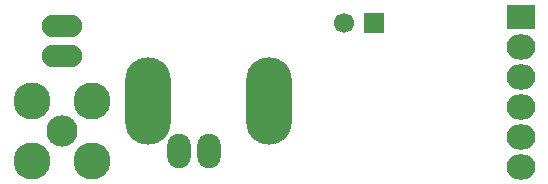
<source format=gbs>
G04 #@! TF.FileFunction,Soldermask,Bot*
%FSLAX46Y46*%
G04 Gerber Fmt 4.6, Leading zero omitted, Abs format (unit mm)*
G04 Created by KiCad (PCBNEW 4.0.1-3.201512221402+6198~38~ubuntu14.04.1-stable) date Mon 01 Feb 2016 11:31:49 PM PST*
%MOMM*%
G01*
G04 APERTURE LIST*
%ADD10C,0.100000*%
%ADD11R,2.432000X2.127200*%
%ADD12O,2.432000X2.127200*%
%ADD13C,3.140000*%
%ADD14C,2.640000*%
%ADD15O,3.900120X7.400240*%
%ADD16O,2.000200X2.899360*%
%ADD17R,1.700000X1.700000*%
%ADD18C,1.700000*%
%ADD19O,3.414980X1.906220*%
G04 APERTURE END LIST*
D10*
D11*
X200660000Y-95504000D03*
D12*
X200660000Y-98044000D03*
X200660000Y-100584000D03*
X200660000Y-103124000D03*
X200660000Y-105664000D03*
X200660000Y-108204000D03*
D13*
X159258000Y-107696000D03*
X164338000Y-107696000D03*
X164338000Y-102616000D03*
X159258000Y-102616000D03*
D14*
X161798000Y-105156000D03*
D15*
X169146220Y-102590600D03*
X179344320Y-102590600D03*
D16*
X174244000Y-106855260D03*
X171744640Y-106855260D03*
D17*
X188214000Y-96012000D03*
D18*
X185714000Y-96012000D03*
D19*
X161798000Y-98806000D03*
X161798000Y-96266000D03*
M02*

</source>
